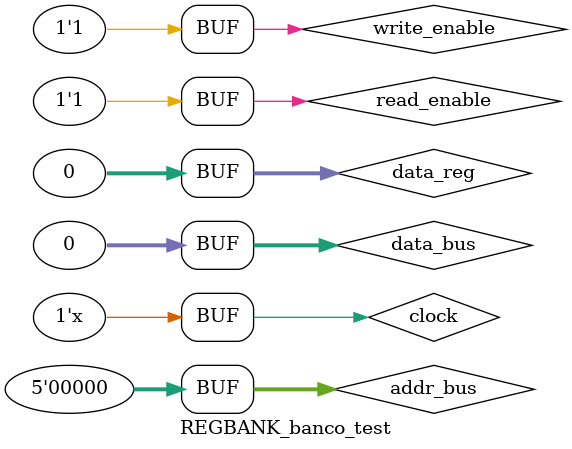
<source format=v>
`timescale 1ns / 1ps


module REGBANK_banco_test;

	// Inputs
	reg clock;
	reg read_enable;
	reg write_enable;
	reg [4:0] addr_bus;
	reg [31:0] data_reg;
	// Bidirs
	wire [31:0] data_bus;

	// Instantiate the Unit Under Test (UUT)
	REGBANK_banco uut (
		.clock(clock), 
		.read_enable(read_enable), 
		.write_enable(write_enable), 
		.addr_bus(addr_bus), 
		.data_bus(data_bus)
	);

	assign data_bus = data_reg;
	
	initial begin
		// Initialize Inputs
		clock = 0;
		read_enable = 0;
		write_enable = 0;
		addr_bus = 0;

		// Wait 100 ns for global reset to finish
		#10;
		
		data_reg = 32'hFFFFFFFF;
		write_enable = 1;
      #10;
		write_enable = 0;
		read_enable = 1;
		#10;
		addr_bus = 5'd1;
		data_reg = 32'hAAAAAAAA;
		write_enable = 1;
		#10;
		write_enable = 0;
		addr_bus = 5'd0;
		read_enable = 1;
		#10;
		data_reg = 32'h00000000;
		write_enable = 1;
		// Add stimulus here
		
	end

always begin
	clock = ~clock;
	#1;
end
endmodule


</source>
